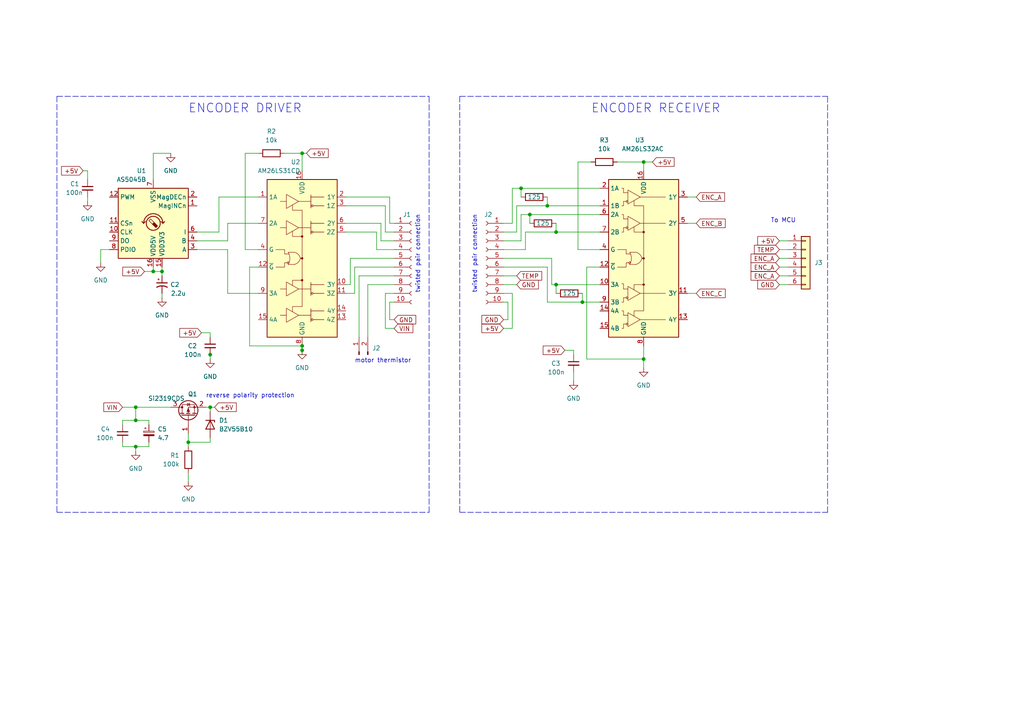
<source format=kicad_sch>
(kicad_sch (version 20211123) (generator eeschema)
  (paper "A4")
  (lib_symbols
    (symbol "Connector:Conn_01x02_Male" (pin_names (offset 1.016) hide)
      (property "Reference" "J" (at 0 2.54 0))
      (property "Value" "Conn_01x02_Male" (at 0 -5.08 0))
      (symbol "Conn_01x02_Male_1_1"
        (polyline (pts (xy 1.27 -2.54) (xy 0.8636 -2.54)) (stroke (width 0.1524)))
        (polyline (pts (xy 1.27 0) (xy 0.8636 0)) (stroke (width 0.1524)))
        (rectangle (start 0.8636 -2.413) (end 0 -2.667) (stroke (width 0.1524)) (fill (type outline)))
        (rectangle (start 0.8636 0.127) (end 0 -0.127) (stroke (width 0.1524)) (fill (type outline)))
        (pin passive line (at 5.08 0 180) (length 3.81) (name "Pin_1") (number "1"))
        (pin passive line (at 5.08 -2.54 180) (length 3.81) (name "Pin_2") (number "2"))
      )
    )
    (symbol "Connector:Conn_01x10_Female" (pin_names (offset 1.016) hide)
      (property "Reference" "J" (at 0 12.7 0))
      (property "Value" "Conn_01x10_Female" (at 0 -15.24 0))
      (symbol "Conn_01x10_Female_1_1"
        (arc (start 0 -12.192) (mid -0.508 -12.7) (end 0 -13.208) (stroke (width 0.1524)))
        (arc (start 0 -9.652) (mid -0.508 -10.16) (end 0 -10.668) (stroke (width 0.1524)))
        (arc (start 0 -7.112) (mid -0.508 -7.62) (end 0 -8.128) (stroke (width 0.1524)))
        (arc (start 0 -4.572) (mid -0.508 -5.08) (end 0 -5.588) (stroke (width 0.1524)))
        (arc (start 0 -2.032) (mid -0.508 -2.54) (end 0 -3.048) (stroke (width 0.1524)))
        (polyline (pts (xy -1.27 -12.7) (xy -0.508 -12.7)) (stroke (width 0.1524)))
        (polyline (pts (xy -1.27 -10.16) (xy -0.508 -10.16)) (stroke (width 0.1524)))
        (polyline (pts (xy -1.27 -7.62) (xy -0.508 -7.62)) (stroke (width 0.1524)))
        (polyline (pts (xy -1.27 -5.08) (xy -0.508 -5.08)) (stroke (width 0.1524)))
        (polyline (pts (xy -1.27 -2.54) (xy -0.508 -2.54)) (stroke (width 0.1524)))
        (polyline (pts (xy -1.27 0) (xy -0.508 0)) (stroke (width 0.1524)))
        (polyline (pts (xy -1.27 2.54) (xy -0.508 2.54)) (stroke (width 0.1524)))
        (polyline (pts (xy -1.27 5.08) (xy -0.508 5.08)) (stroke (width 0.1524)))
        (polyline (pts (xy -1.27 7.62) (xy -0.508 7.62)) (stroke (width 0.1524)))
        (polyline (pts (xy -1.27 10.16) (xy -0.508 10.16)) (stroke (width 0.1524)))
        (arc (start 0 0.508) (mid -0.508 0) (end 0 -0.508) (stroke (width 0.1524)))
        (arc (start 0 3.048) (mid -0.508 2.54) (end 0 2.032) (stroke (width 0.1524)))
        (arc (start 0 5.588) (mid -0.508 5.08) (end 0 4.572) (stroke (width 0.1524)))
        (arc (start 0 8.128) (mid -0.508 7.62) (end 0 7.112) (stroke (width 0.1524)))
        (arc (start 0 10.668) (mid -0.508 10.16) (end 0 9.652) (stroke (width 0.1524)))
        (pin passive line (at -5.08 10.16 0) (length 3.81) (name "Pin_1") (number "1"))
        (pin passive line (at -5.08 -12.7 0) (length 3.81) (name "Pin_10") (number "10"))
        (pin passive line (at -5.08 7.62 0) (length 3.81) (name "Pin_2") (number "2"))
        (pin passive line (at -5.08 5.08 0) (length 3.81) (name "Pin_3") (number "3"))
        (pin passive line (at -5.08 2.54 0) (length 3.81) (name "Pin_4") (number "4"))
        (pin passive line (at -5.08 0 0) (length 3.81) (name "Pin_5") (number "5"))
        (pin passive line (at -5.08 -2.54 0) (length 3.81) (name "Pin_6") (number "6"))
        (pin passive line (at -5.08 -5.08 0) (length 3.81) (name "Pin_7") (number "7"))
        (pin passive line (at -5.08 -7.62 0) (length 3.81) (name "Pin_8") (number "8"))
        (pin passive line (at -5.08 -10.16 0) (length 3.81) (name "Pin_9") (number "9"))
      )
    )
    (symbol "Connector_Generic:Conn_01x06" (pin_names (offset 1.016) hide)
      (property "Reference" "J" (at 0 7.62 0))
      (property "Value" "Conn_01x06" (at 0 -10.16 0))
      (symbol "Conn_01x06_1_1"
        (rectangle (start -1.27 -7.493) (end 0 -7.747) (stroke (width 0.1524)))
        (rectangle (start -1.27 -4.953) (end 0 -5.207) (stroke (width 0.1524)))
        (rectangle (start -1.27 -2.413) (end 0 -2.667) (stroke (width 0.1524)))
        (rectangle (start -1.27 0.127) (end 0 -0.127) (stroke (width 0.1524)))
        (rectangle (start -1.27 2.667) (end 0 2.413) (stroke (width 0.1524)))
        (rectangle (start -1.27 5.207) (end 0 4.953) (stroke (width 0.1524)))
        (rectangle (start -1.27 6.35) (end 1.27 -8.89) (stroke (width 0.254)) (fill (type background)))
        (pin passive line (at -5.08 5.08 0) (length 3.81) (name "Pin_1") (number "1"))
        (pin passive line (at -5.08 2.54 0) (length 3.81) (name "Pin_2") (number "2"))
        (pin passive line (at -5.08 0 0) (length 3.81) (name "Pin_3") (number "3"))
        (pin passive line (at -5.08 -2.54 0) (length 3.81) (name "Pin_4") (number "4"))
        (pin passive line (at -5.08 -5.08 0) (length 3.81) (name "Pin_5") (number "5"))
        (pin passive line (at -5.08 -7.62 0) (length 3.81) (name "Pin_6") (number "6"))
      )
    )
    (symbol "Device:C_Polarized_Small" (pin_numbers hide) (pin_names (offset 0.254) hide)
      (property "Reference" "C" (at 0.254 1.778 0))
      (property "Value" "C_Polarized_Small" (at 0.254 -2.032 0))
      (symbol "C_Polarized_Small_0_1"
        (rectangle (start -1.524 -0.3048) (end 1.524 -0.6858) (fill (type outline)))
        (rectangle (start -1.524 0.6858) (end 1.524 0.3048))
        (polyline (pts (xy -1.27 1.524) (xy -0.762 1.524)))
        (polyline (pts (xy -1.016 1.27) (xy -1.016 1.778)))
      )
      (symbol "C_Polarized_Small_1_1"
        (pin passive line (at 0 2.54 270) (length 1.8542) (name "~") (number "1"))
        (pin passive line (at 0 -2.54 90) (length 1.8542) (name "~") (number "2"))
      )
    )
    (symbol "Device:C_Polarized_Small_US" (pin_numbers hide) (pin_names (offset 0.254) hide)
      (property "Reference" "C" (at 0.254 1.778 0))
      (property "Value" "C_Polarized_Small_US" (at 0.254 -2.032 0))
      (symbol "C_Polarized_Small_US_0_1"
        (polyline (pts (xy -1.524 0.508) (xy 1.524 0.508)) (stroke (width 0.3048)))
        (polyline (pts (xy -1.27 1.524) (xy -0.762 1.524)))
        (polyline (pts (xy -1.016 1.27) (xy -1.016 1.778)))
        (arc (start 1.524 -0.762) (mid 0 -0.3734) (end -1.524 -0.762) (stroke (width 0.3048)))
      )
      (symbol "C_Polarized_Small_US_1_1"
        (pin passive line (at 0 2.54 270) (length 2.032) (name "~") (number "1"))
        (pin passive line (at 0 -2.54 90) (length 2.032) (name "~") (number "2"))
      )
    )
    (symbol "Device:C_Small" (pin_numbers hide) (pin_names (offset 0.254) hide)
      (property "Reference" "C" (at 0.254 1.778 0))
      (property "Value" "C_Small" (at 0.254 -2.032 0))
      (symbol "C_Small_0_1"
        (polyline (pts (xy -1.524 -0.508) (xy 1.524 -0.508)) (stroke (width 0.3302)))
        (polyline (pts (xy -1.524 0.508) (xy 1.524 0.508)) (stroke (width 0.3048)))
      )
      (symbol "C_Small_1_1"
        (pin passive line (at 0 2.54 270) (length 2.032) (name "~") (number "1"))
        (pin passive line (at 0 -2.54 90) (length 2.032) (name "~") (number "2"))
      )
    )
    (symbol "Device:R" (pin_numbers hide) (pin_names (offset 0))
      (property "Reference" "R" (at 2.032 0 90))
      (property "Value" "R" (at 0 0 90))
      (symbol "R_0_1"
        (rectangle (start -1.016 -2.54) (end 1.016 2.54) (stroke (width 0.254)))
      )
      (symbol "R_1_1"
        (pin passive line (at 0 3.81 270) (length 1.27) (name "~") (number "1"))
        (pin passive line (at 0 -3.81 90) (length 1.27) (name "~") (number "2"))
      )
    )
    (symbol "Device:R_Pack04" (pin_names (offset 0) hide)
      (property "Reference" "RN" (at -7.62 0 90))
      (property "Value" "R_Pack04" (at 5.08 0 90))
      (symbol "R_Pack04_0_1"
        (rectangle (start -6.35 -2.413) (end 3.81 2.413) (stroke (width 0.254)) (fill (type background)))
        (rectangle (start -5.715 1.905) (end -4.445 -1.905) (stroke (width 0.254)))
        (rectangle (start -3.175 1.905) (end -1.905 -1.905) (stroke (width 0.254)))
        (rectangle (start -0.635 1.905) (end 0.635 -1.905) (stroke (width 0.254)))
        (polyline (pts (xy -5.08 -2.54) (xy -5.08 -1.905)))
        (polyline (pts (xy -5.08 1.905) (xy -5.08 2.54)))
        (polyline (pts (xy -2.54 -2.54) (xy -2.54 -1.905)))
        (polyline (pts (xy -2.54 1.905) (xy -2.54 2.54)))
        (polyline (pts (xy 0 -2.54) (xy 0 -1.905)))
        (polyline (pts (xy 0 1.905) (xy 0 2.54)))
        (polyline (pts (xy 2.54 -2.54) (xy 2.54 -1.905)))
        (polyline (pts (xy 2.54 1.905) (xy 2.54 2.54)))
        (rectangle (start 1.905 1.905) (end 3.175 -1.905) (stroke (width 0.254)))
      )
      (symbol "R_Pack04_1_1"
        (pin passive line (at -5.08 -5.08 90) (length 2.54) (name "R1.1") (number "1"))
        (pin passive line (at -2.54 -5.08 90) (length 2.54) (name "R2.1") (number "2"))
        (pin passive line (at 0 -5.08 90) (length 2.54) (name "R3.1") (number "3"))
        (pin passive line (at 2.54 -5.08 90) (length 2.54) (name "R4.1") (number "4"))
        (pin passive line (at 2.54 5.08 270) (length 2.54) (name "R4.2") (number "5"))
        (pin passive line (at 0 5.08 270) (length 2.54) (name "R3.2") (number "6"))
        (pin passive line (at -2.54 5.08 270) (length 2.54) (name "R2.2") (number "7"))
        (pin passive line (at -5.08 5.08 270) (length 2.54) (name "R1.2") (number "8"))
      )
    )
    (symbol "Diode:BZV55B10" (pin_numbers hide) (pin_names hide)
      (property "Reference" "D" (at 0 2.54 0))
      (property "Value" "BZV55B10" (at 0 -2.54 0))
      (symbol "BZV55B10_0_1"
        (polyline (pts (xy 1.27 0) (xy -1.27 0)))
        (polyline (pts (xy -1.27 -1.27) (xy -1.27 1.27) (xy -0.762 1.27)) (stroke (width 0.254)))
        (polyline (pts (xy 1.27 -1.27) (xy 1.27 1.27) (xy -1.27 0) (xy 1.27 -1.27)) (stroke (width 0.254)))
      )
      (symbol "BZV55B10_1_1"
        (pin passive line (at -3.81 0 0) (length 2.54) (name "K") (number "1"))
        (pin passive line (at 3.81 0 180) (length 2.54) (name "A") (number "2"))
      )
    )
    (symbol "Interface:AM26LS31CD"
      (property "Reference" "U" (at -8.89 24.13 0))
      (property "Value" "AM26LS31CD" (at 10.16 24.13 0))
      (symbol "AM26LS31CD_0_1"
        (rectangle (start -10.16 22.86) (end 10.16 -22.86) (stroke (width 0.254)) (fill (type background)))
        (arc (start -4.064 -1.778) (mid -3.5541 0) (end -4.064 1.778) (stroke (width 0.127)))
        (circle (center -4.064 -1.27) (radius 0.254))
        (arc (start -2.286 -1.778) (mid -1.1381 -1.1479) (end -0.508 0) (stroke (width 0.127)))
        (arc (start -0.508 0) (mid -1.1381 1.1479) (end -2.286 1.778) (stroke (width 0.127)))
        (circle (center 0 -6.35) (radius 0.254) (fill (type outline)))
        (polyline (pts (xy -4.064 -1.778) (xy -2.286 -1.778)) (stroke (width 0.127)))
        (polyline (pts (xy -2.286 1.778) (xy -4.064 1.778)) (stroke (width 0.127)))
        (polyline (pts (xy -1.016 -16.51) (xy 2.54 -16.51)) (stroke (width 0.127)))
        (polyline (pts (xy -1.016 -8.89) (xy 2.54 -8.89)) (stroke (width 0.127)))
        (polyline (pts (xy -1.016 8.89) (xy 2.54 8.89)) (stroke (width 0.127)))
        (polyline (pts (xy -1.016 16.51) (xy 2.54 16.51)) (stroke (width 0.127)))
        (polyline (pts (xy -0.508 0) (xy 0 0)))
        (polyline (pts (xy 0 0) (xy 0 -13.97)) (stroke (width 0.127)))
        (polyline (pts (xy 0 6.35) (xy 0 0)) (stroke (width 0.127)))
        (polyline (pts (xy 2.54 -18.415) (xy 2.54 -14.605)) (stroke (width 0.1524)))
        (polyline (pts (xy 2.54 -15.24) (xy 6.35 -15.24)) (stroke (width 0.1524)))
        (polyline (pts (xy 2.54 -10.795) (xy 2.54 -6.985)) (stroke (width 0.1524)))
        (polyline (pts (xy 2.54 -7.62) (xy 6.35 -7.62)) (stroke (width 0.1524)))
        (polyline (pts (xy 2.54 6.985) (xy 2.54 10.795)) (stroke (width 0.1524)))
        (polyline (pts (xy 2.54 10.16) (xy 6.35 10.16)) (stroke (width 0.1524)))
        (polyline (pts (xy 2.54 14.605) (xy 2.54 18.415)) (stroke (width 0.1524)))
        (polyline (pts (xy 2.54 17.78) (xy 6.35 17.78)) (stroke (width 0.1524)))
        (polyline (pts (xy 6.35 -17.78) (xy 3.302 -17.78)) (stroke (width 0.1524)))
        (polyline (pts (xy 6.35 -10.16) (xy 3.302 -10.16)) (stroke (width 0.1524)))
        (polyline (pts (xy 6.35 7.62) (xy 3.302 7.62)) (stroke (width 0.1524)))
        (polyline (pts (xy 6.35 15.24) (xy 3.302 15.24)) (stroke (width 0.1524)))
        (polyline (pts (xy 0 -13.97) (xy -2.794 -13.97) (xy -2.794 -15.494)) (stroke (width 0.127)))
        (polyline (pts (xy 0 -6.35) (xy -2.794 -6.35) (xy -2.794 -7.874)) (stroke (width 0.127)))
        (polyline (pts (xy 0 6.35) (xy -2.794 6.35) (xy -2.794 7.874)) (stroke (width 0.127)))
        (polyline (pts (xy -7.62 2.54) (xy -5.08 2.54) (xy -5.08 1.27) (xy -3.81 1.27)) (stroke (width 0.127)))
        (polyline (pts (xy -4.572 18.542) (xy -4.572 14.478) (xy -1.016 16.51) (xy -4.572 18.542)) (stroke (width 0.127)))
        (polyline (pts (xy -4.318 -1.27) (xy -5.08 -1.27) (xy -5.08 -2.54) (xy -7.62 -2.54)) (stroke (width 0.127)))
        (polyline (pts (xy 0 6.35) (xy 0 13.97) (xy -2.794 13.97) (xy -2.794 15.494)) (stroke (width 0.127)))
        (circle (center 0 0) (radius 0.254) (fill (type outline)))
        (circle (center 0 6.35) (radius 0.254) (fill (type outline)))
        (circle (center 2.921 -17.78) (radius 0.254))
        (circle (center 2.921 -10.16) (radius 0.254))
        (circle (center 2.921 7.62) (radius 0.254))
        (circle (center 2.921 15.24) (radius 0.254))
      )
      (symbol "AM26LS31CD_1_1"
        (polyline (pts (xy -6.35 -16.51) (xy -4.572 -16.51)) (stroke (width 0.127)))
        (polyline (pts (xy -6.35 -8.89) (xy -4.572 -8.89)) (stroke (width 0.127)))
        (polyline (pts (xy -6.35 8.89) (xy -4.572 8.89)) (stroke (width 0.127)))
        (polyline (pts (xy -6.35 16.51) (xy -4.572 16.51)) (stroke (width 0.127)))
        (polyline (pts (xy -4.572 -14.478) (xy -4.572 -18.542) (xy -1.016 -16.51) (xy -4.572 -14.478)) (stroke (width 0.127)))
        (polyline (pts (xy -4.572 -6.858) (xy -4.572 -10.922) (xy -1.016 -8.89) (xy -4.572 -6.858)) (stroke (width 0.127)))
        (polyline (pts (xy -4.572 10.922) (xy -4.572 6.858) (xy -1.016 8.89) (xy -4.572 10.922)) (stroke (width 0.127)))
        (pin input line (at -12.7 17.78 0) (length 2.54) (name "1A") (number "1"))
        (pin tri_state line (at 12.7 -7.62 180) (length 2.54) (name "3Y") (number "10"))
        (pin tri_state line (at 12.7 -10.16 180) (length 2.54) (name "3Z") (number "11"))
        (pin input line (at -12.7 -2.54 0) (length 2.54) (name "~{G}") (number "12"))
        (pin tri_state line (at 12.7 -17.78 180) (length 2.54) (name "4Z") (number "13"))
        (pin tri_state line (at 12.7 -15.24 180) (length 2.54) (name "4Y") (number "14"))
        (pin input line (at -12.7 -17.78 0) (length 2.54) (name "4A") (number "15"))
        (pin power_in line (at 0 25.4 270) (length 2.54) (name "VDD") (number "16"))
        (pin tri_state line (at 12.7 17.78 180) (length 2.54) (name "1Y") (number "2"))
        (pin tri_state line (at 12.7 15.24 180) (length 2.54) (name "1Z") (number "3"))
        (pin input line (at -12.7 2.54 0) (length 2.54) (name "G") (number "4"))
        (pin tri_state line (at 12.7 7.62 180) (length 2.54) (name "2Z") (number "5"))
        (pin tri_state line (at 12.7 10.16 180) (length 2.54) (name "2Y") (number "6"))
        (pin input line (at -12.7 10.16 0) (length 2.54) (name "2A") (number "7"))
        (pin power_in line (at 0 -25.4 90) (length 2.54) (name "GND") (number "8"))
        (pin input line (at -12.7 -10.16 0) (length 2.54) (name "3A") (number "9"))
      )
    )
    (symbol "Interface:AM26LV32xD"
      (property "Reference" "U" (at -8.89 24.13 0))
      (property "Value" "AM26LV32xD" (at 10.16 24.13 0))
      (symbol "AM26LV32xD_0_1"
        (rectangle (start -10.16 22.86) (end 10.16 -22.86) (stroke (width 0.254)) (fill (type background)))
        (circle (center -4.826 16.51) (radius 0.254))
        (arc (start -4.064 -1.778) (mid -3.5541 0) (end -4.064 1.778) (stroke (width 0.127)))
        (circle (center -4.064 -1.27) (radius 0.254))
        (arc (start -2.286 -1.778) (mid -1.1381 -1.1479) (end -0.508 0) (stroke (width 0.127)))
        (arc (start -0.508 0) (mid -1.1381 1.1479) (end -2.286 1.778) (stroke (width 0.127)))
        (circle (center 0 -7.62) (radius 0.254) (fill (type outline)))
        (polyline (pts (xy -5.842 16.51) (xy -5.08 16.51)) (stroke (width 0.127)))
        (polyline (pts (xy -5.842 19.05) (xy -4.572 19.05)) (stroke (width 0.127)))
        (polyline (pts (xy -4.064 -1.778) (xy -2.286 -1.778)) (stroke (width 0.127)))
        (polyline (pts (xy -2.286 1.778) (xy -4.064 1.778)) (stroke (width 0.127)))
        (polyline (pts (xy -1.016 -17.78) (xy 6.35 -17.78)) (stroke (width 0.127)))
        (polyline (pts (xy -1.016 -10.16) (xy 6.35 -10.16)) (stroke (width 0.127)))
        (polyline (pts (xy -1.016 10.16) (xy 6.35 10.16)) (stroke (width 0.127)))
        (polyline (pts (xy -1.016 17.78) (xy 6.35 17.78)) (stroke (width 0.127)))
        (polyline (pts (xy -0.508 0) (xy 0 0)))
        (polyline (pts (xy 0 0) (xy 0 -15.24)) (stroke (width 0.127)))
        (polyline (pts (xy 0 7.62) (xy 0 0)) (stroke (width 0.127)))
        (polyline (pts (xy -5.842 -19.05) (xy -5.842 -20.32) (xy -6.35 -20.32)) (stroke (width 0.127)))
        (polyline (pts (xy -5.842 -16.51) (xy -5.842 -15.24) (xy -6.35 -15.24)) (stroke (width 0.127)))
        (polyline (pts (xy -5.842 -11.43) (xy -5.842 -12.7) (xy -6.35 -12.7)) (stroke (width 0.127)))
        (polyline (pts (xy -5.842 -8.89) (xy -5.842 -7.366) (xy -6.35 -7.366)) (stroke (width 0.127)))
        (polyline (pts (xy -5.842 8.89) (xy -5.842 7.62) (xy -6.35 7.62)) (stroke (width 0.127)))
        (polyline (pts (xy -5.842 11.43) (xy -5.842 12.7) (xy -6.35 12.7)) (stroke (width 0.127)))
        (polyline (pts (xy -5.842 19.05) (xy -5.842 20.32) (xy -6.35 20.32)) (stroke (width 0.127)))
        (polyline (pts (xy 0 -15.24) (xy -2.794 -15.24) (xy -2.794 -16.764)) (stroke (width 0.127)))
        (polyline (pts (xy 0 -7.62) (xy -2.794 -7.62) (xy -2.794 -9.144)) (stroke (width 0.127)))
        (polyline (pts (xy 0 7.62) (xy -2.794 7.62) (xy -2.794 9.144)) (stroke (width 0.127)))
        (polyline (pts (xy -7.62 2.54) (xy -5.08 2.54) (xy -5.08 1.27) (xy -3.81 1.27)) (stroke (width 0.127)))
        (polyline (pts (xy -5.842 16.51) (xy -5.842 15.24) (xy -6.096 15.24) (xy -6.35 15.24)) (stroke (width 0.127)))
        (polyline (pts (xy -4.572 19.812) (xy -4.572 15.748) (xy -1.016 17.78) (xy -4.572 19.812)) (stroke (width 0.127)))
        (polyline (pts (xy -4.318 -1.27) (xy -5.08 -1.27) (xy -5.08 -2.54) (xy -7.62 -2.54)) (stroke (width 0.127)))
        (polyline (pts (xy 0 7.62) (xy 0 15.24) (xy -2.794 15.24) (xy -2.794 16.764)) (stroke (width 0.127)))
        (circle (center 0 0) (radius 0.254) (fill (type outline)))
        (circle (center 0 7.62) (radius 0.254) (fill (type outline)))
      )
      (symbol "AM26LV32xD_1_1"
        (circle (center -4.826 -19.05) (radius 0.254))
        (circle (center -4.826 -11.43) (radius 0.254))
        (circle (center -4.826 8.89) (radius 0.254))
        (polyline (pts (xy -5.842 -19.05) (xy -5.08 -19.05)) (stroke (width 0.127)))
        (polyline (pts (xy -5.842 -16.51) (xy -4.572 -16.51)) (stroke (width 0.127)))
        (polyline (pts (xy -5.842 -11.43) (xy -5.08 -11.43)) (stroke (width 0.127)))
        (polyline (pts (xy -5.842 -8.89) (xy -4.572 -8.89)) (stroke (width 0.127)))
        (polyline (pts (xy -5.842 8.89) (xy -5.08 8.89)) (stroke (width 0.127)))
        (polyline (pts (xy -5.842 11.43) (xy -4.572 11.43)) (stroke (width 0.127)))
        (polyline (pts (xy -4.572 -15.748) (xy -4.572 -19.812) (xy -1.016 -17.78) (xy -4.572 -15.748)) (stroke (width 0.127)))
        (polyline (pts (xy -4.572 -8.128) (xy -4.572 -12.192) (xy -1.016 -10.16) (xy -4.572 -8.128)) (stroke (width 0.127)))
        (polyline (pts (xy -4.572 12.192) (xy -4.572 8.128) (xy -1.016 10.16) (xy -4.572 12.192)) (stroke (width 0.127)))
        (pin input line (at -12.7 15.24 0) (length 2.54) (name "1B") (number "1"))
        (pin input line (at -12.7 -7.62 0) (length 2.54) (name "3A") (number "10"))
        (pin tri_state line (at 12.7 -10.16 180) (length 2.54) (name "3Y") (number "11"))
        (pin input line (at -12.7 -2.54 0) (length 2.54) (name "~{G}") (number "12"))
        (pin tri_state line (at 12.7 -17.78 180) (length 2.54) (name "4Y") (number "13"))
        (pin input line (at -12.7 -15.24 0) (length 2.54) (name "4A") (number "14"))
        (pin input line (at -12.7 -20.32 0) (length 2.54) (name "4B") (number "15"))
        (pin power_in line (at 0 25.4 270) (length 2.54) (name "VDD") (number "16"))
        (pin input line (at -12.7 20.32 0) (length 2.54) (name "1A") (number "2"))
        (pin tri_state line (at 12.7 17.78 180) (length 2.54) (name "1Y") (number "3"))
        (pin input line (at -12.7 2.54 0) (length 2.54) (name "G") (number "4"))
        (pin tri_state line (at 12.7 10.16 180) (length 2.54) (name "2Y") (number "5"))
        (pin input line (at -12.7 12.7 0) (length 2.54) (name "2A") (number "6"))
        (pin input line (at -12.7 7.62 0) (length 2.54) (name "2B") (number "7"))
        (pin power_in line (at 0 -25.4 90) (length 2.54) (name "GND") (number "8"))
        (pin input line (at -12.7 -12.7 0) (length 2.54) (name "3B") (number "9"))
      )
    )
    (symbol "Jumper:SolderJumper_2_Open" (pin_names (offset 0) hide)
      (property "Reference" "JP" (at 0 2.032 0))
      (property "Value" "SolderJumper_2_Open" (at 0 -2.54 0))
      (symbol "SolderJumper_2_Open_0_1"
        (arc (start -0.254 1.016) (mid -1.27 0) (end -0.254 -1.016))
        (arc (start -0.254 1.016) (mid -1.27 0) (end -0.254 -1.016) (fill (type outline)))
        (polyline (pts (xy -0.254 1.016) (xy -0.254 -1.016)))
        (polyline (pts (xy 0.254 1.016) (xy 0.254 -1.016)))
        (arc (start 0.254 -1.016) (mid 1.27 0) (end 0.254 1.016))
        (arc (start 0.254 -1.016) (mid 1.27 0) (end 0.254 1.016) (fill (type outline)))
      )
      (symbol "SolderJumper_2_Open_1_1"
        (pin passive line (at -3.81 0 0) (length 2.54) (name "A") (number "1"))
        (pin passive line (at 3.81 0 180) (length 2.54) (name "B") (number "2"))
      )
    )
    (symbol "Sensor_Magnetic:AS5045B"
      (property "Reference" "U" (at -10.16 11.43 0))
      (property "Value" "AS5045B" (at 11.43 11.43 0))
      (symbol "AS5045B_0_1"
        (rectangle (start -10.16 10.16) (end 10.16 -10.16) (stroke (width 0.254)) (fill (type background)))
        (arc (start -2.794 0) (mid 0 -2.794) (end 2.794 0) (stroke (width 0.254)))
        (polyline (pts (xy -2.794 0) (xy -3.302 -0.508)) (stroke (width 0.254)))
        (polyline (pts (xy -2.794 0) (xy -2.286 -0.508)) (stroke (width 0.254)))
        (polyline (pts (xy 2.794 0) (xy 2.286 -0.508)) (stroke (width 0.254)))
        (polyline (pts (xy 2.794 0) (xy 3.302 -0.508)) (stroke (width 0.254)))
        (polyline (pts (xy 0.254 0.254) (xy 1.27 -0.762) (xy 0.762 -1.27) (xy -0.254 -0.254)))
        (polyline (pts (xy -0.762 1.27) (xy 0.254 0.254) (xy -0.254 -0.254) (xy -1.27 0.762) (xy -1.016 1.016) (xy -0.762 1.27) (xy -0.635 1.143)) (fill (type outline)))
        (circle (center 0 0) (radius 2.032) (stroke (width 0.254)))
      )
      (symbol "AS5045B_1_1"
        (pin open_collector line (at -12.7 -5.08 0) (length 2.54) (name "MagINCn") (number "1"))
        (pin input line (at 12.7 2.54 180) (length 2.54) (name "CLK") (number "10"))
        (pin input line (at 12.7 0 180) (length 2.54) (name "CSn") (number "11"))
        (pin output line (at 12.7 -7.62 180) (length 2.54) (name "PWM") (number "12"))
        (pin no_connect line (at 10.16 -5.08 180) (length 2.54) hide (name "NC") (number "13"))
        (pin no_connect line (at 2.54 -10.16 90) (length 2.54) hide (name "NC") (number "14"))
        (pin power_in line (at -2.54 12.7 270) (length 2.54) (name "VDD3V3") (number "15"))
        (pin power_in line (at 0 12.7 270) (length 2.54) (name "VDD5V") (number "16"))
        (pin open_collector line (at -12.7 -7.62 0) (length 2.54) (name "MagDECn") (number "2"))
        (pin output line (at -12.7 7.62 0) (length 2.54) (name "A") (number "3"))
        (pin output line (at -12.7 5.08 0) (length 2.54) (name "B") (number "4"))
        (pin no_connect line (at 10.16 -2.54 180) (length 2.54) hide (name "NC") (number "5"))
        (pin output line (at -12.7 2.54 0) (length 2.54) (name "I") (number "6"))
        (pin power_in line (at 0 -12.7 90) (length 2.54) (name "VSS") (number "7"))
        (pin input line (at 12.7 7.62 180) (length 2.54) (name "PDIO") (number "8"))
        (pin output line (at 12.7 5.08 180) (length 2.54) (name "DO") (number "9"))
      )
    )
    (symbol "Transistor_FET:Si2319CDS" (pin_names hide)
      (property "Reference" "Q" (at 5.08 1.905 0))
      (property "Value" "Si2319CDS" (at 5.08 0 0))
      (symbol "Si2319CDS_0_1"
        (polyline (pts (xy 0.254 0) (xy -2.54 0)))
        (polyline (pts (xy 0.254 1.905) (xy 0.254 -1.905)) (stroke (width 0.254)))
        (polyline (pts (xy 0.762 -1.27) (xy 0.762 -2.286)) (stroke (width 0.254)))
        (polyline (pts (xy 0.762 0.508) (xy 0.762 -0.508)) (stroke (width 0.254)))
        (polyline (pts (xy 0.762 2.286) (xy 0.762 1.27)) (stroke (width 0.254)))
        (polyline (pts (xy 2.54 2.54) (xy 2.54 1.778)))
        (polyline (pts (xy 2.54 -2.54) (xy 2.54 0) (xy 0.762 0)))
        (polyline (pts (xy 0.762 1.778) (xy 3.302 1.778) (xy 3.302 -1.778) (xy 0.762 -1.778)))
        (polyline (pts (xy 2.286 0) (xy 1.27 0.381) (xy 1.27 -0.381) (xy 2.286 0)) (fill (type outline)))
        (polyline (pts (xy 2.794 -0.508) (xy 2.921 -0.381) (xy 3.683 -0.381) (xy 3.81 -0.254)))
        (polyline (pts (xy 3.302 -0.381) (xy 2.921 0.254) (xy 3.683 0.254) (xy 3.302 -0.381)))
        (circle (center 1.651 0) (radius 2.794) (stroke (width 0.254)))
        (circle (center 2.54 -1.778) (radius 0.254) (fill (type outline)))
        (circle (center 2.54 1.778) (radius 0.254) (fill (type outline)))
      )
      (symbol "Si2319CDS_1_1"
        (pin input line (at -5.08 0 0) (length 2.54) (name "G") (number "1"))
        (pin passive line (at 2.54 -5.08 90) (length 2.54) (name "S") (number "2"))
        (pin passive line (at 2.54 5.08 270) (length 2.54) (name "D") (number "3"))
      )
    )
    (symbol "power:GND" (power) (pin_names (offset 0))
      (property "Value" "GND" (at 0 -3.81 0))
      (symbol "GND_0_1"
        (polyline (pts (xy 0 0) (xy 0 -1.27) (xy 1.27 -1.27) (xy 0 -2.54) (xy -1.27 -1.27) (xy 0 -1.27)))
      )
      (symbol "GND_1_1"
        (pin power_in line (at 0 0 270) (length 0) hide (name "GND") (number "1"))
      )
    )
  )
  (junction (at 87.63 101.6))
  (junction (at 39.37 118.11))
  (junction (at 39.37 121.92))
  (junction (at 43.18 213.36))
  (junction (at 60.96 118.11))
  (junction (at 168.91 87.63))
  (junction (at 87.63 100.33))
  (junction (at 44.45 78.74))
  (junction (at 151.13 54.61))
  (junction (at 186.69 104.14))
  (junction (at 68.58 252.73))
  (junction (at 77.47 242.57))
  (junction (at 153.67 62.23))
  (junction (at 161.29 82.55))
  (junction (at 95.25 237.49))
  (junction (at 39.37 129.54))
  (junction (at 46.99 78.74))
  (junction (at 45.72 242.57))
  (junction (at 87.63 44.45))
  (junction (at 158.75 59.69))
  (junction (at 50.8 237.49))
  (junction (at 86.36 252.73))
  (junction (at 60.96 102.87))
  (junction (at 54.61 128.27))
  (junction (at 68.58 245.11))
  (junction (at 43.18 245.11))
  (junction (at 186.69 46.99))
  (junction (at 86.36 240.03))
  (junction (at 45.72 213.36))
  (junction (at 77.47 252.73))
  (junction (at 161.29 67.31))
  (junction (at 48.26 240.03))
  (junction (at 48.26 213.36))
  (wire (pts (xy 48.26 213.36) (xy 48.26 217.17)))
  (wire (pts (xy 87.63 44.45) (xy 87.63 49.53)))
  (wire (pts (xy 199.39 85.09) (xy 201.93 85.09)))
  (wire (pts (xy 46.99 77.47) (xy 46.99 78.74)))
  (wire (pts (xy 48.26 213.36) (xy 50.8 213.36)))
  (wire (pts (xy 25.4 57.15) (xy 25.4 58.42)))
  (wire (pts (xy 29.21 72.39) (xy 29.21 76.2)))
  (wire (pts (xy 111.76 85.09) (xy 114.3 85.09)))
  (polyline (pts (xy 16.51 27.94) (xy 16.51 148.59)))
  (wire (pts (xy 95.25 252.73) (xy 86.36 252.73)))
  (wire (pts (xy 95.25 251.46) (xy 95.25 252.73)))
  (wire (pts (xy 104.14 97.79) (xy 104.14 80.01)))
  (wire (pts (xy 39.37 245.11) (xy 43.18 245.11)))
  (wire (pts (xy 39.37 240.03) (xy 48.26 240.03)))
  (wire (pts (xy 60.96 118.11) (xy 62.23 118.11)))
  (wire (pts (xy 39.37 213.36) (xy 43.18 213.36)))
  (wire (pts (xy 149.86 59.69) (xy 158.75 59.69)))
  (wire (pts (xy 146.05 77.47) (xy 158.75 77.47)))
  (wire (pts (xy 146.05 74.93) (xy 160.02 74.93)))
  (wire (pts (xy 163.83 101.6) (xy 166.37 101.6)))
  (wire (pts (xy 57.15 72.39) (xy 66.04 72.39)))
  (wire (pts (xy 111.76 95.25) (xy 111.76 85.09)))
  (wire (pts (xy 48.26 240.03) (xy 54.61 240.03)))
  (wire (pts (xy 146.05 92.71) (xy 147.32 92.71)))
  (wire (pts (xy 166.37 101.6) (xy 166.37 102.87)))
  (wire (pts (xy 64.77 237.49) (xy 95.25 237.49)))
  (wire (pts (xy 226.06 82.55) (xy 228.6 82.55)))
  (wire (pts (xy 148.59 85.09) (xy 146.05 85.09)))
  (wire (pts (xy 167.64 46.99) (xy 171.45 46.99)))
  (wire (pts (xy 153.67 62.23) (xy 153.67 64.77)))
  (wire (pts (xy 146.05 67.31) (xy 149.86 67.31)))
  (wire (pts (xy 199.39 64.77) (xy 201.93 64.77)))
  (wire (pts (xy 63.5 67.31) (xy 63.5 57.15)))
  (wire (pts (xy 147.32 87.63) (xy 146.05 87.63)))
  (wire (pts (xy 44.45 44.45) (xy 44.45 52.07)))
  (wire (pts (xy 45.72 227.33) (xy 45.72 242.57)))
  (wire (pts (xy 25.4 52.07) (xy 25.4 49.53)))
  (wire (pts (xy 87.63 44.45) (xy 88.9 44.45)))
  (wire (pts (xy 50.8 236.22) (xy 50.8 237.49)))
  (wire (pts (xy 68.58 245.11) (xy 68.58 246.38)))
  (polyline (pts (xy 133.35 27.94) (xy 133.35 148.59)))
  (wire (pts (xy 54.61 137.16) (xy 54.61 139.7)))
  (wire (pts (xy 43.18 213.36) (xy 43.18 217.17)))
  (wire (pts (xy 161.29 64.77) (xy 161.29 67.31)))
  (wire (pts (xy 152.4 67.31) (xy 161.29 67.31)))
  (wire (pts (xy 64.77 242.57) (xy 77.47 242.57)))
  (wire (pts (xy 86.36 251.46) (xy 86.36 252.73)))
  (wire (pts (xy 168.91 87.63) (xy 173.99 87.63)))
  (wire (pts (xy 114.3 87.63) (xy 113.03 87.63)))
  (wire (pts (xy 148.59 95.25) (xy 148.59 85.09)))
  (wire (pts (xy 167.64 72.39) (xy 173.99 72.39)))
  (wire (pts (xy 186.69 104.14) (xy 186.69 100.33)))
  (wire (pts (xy 114.3 67.31) (xy 111.76 67.31)))
  (wire (pts (xy 25.4 49.53) (xy 24.13 49.53)))
  (wire (pts (xy 109.22 72.39) (xy 109.22 67.31)))
  (wire (pts (xy 114.3 95.25) (xy 111.76 95.25)))
  (wire (pts (xy 86.36 252.73) (xy 77.47 252.73)))
  (wire (pts (xy 158.75 77.47) (xy 158.75 87.63)))
  (wire (pts (xy 113.03 57.15) (xy 100.33 57.15)))
  (wire (pts (xy 95.25 237.49) (xy 95.25 246.38)))
  (wire (pts (xy 106.68 82.55) (xy 106.68 97.79)))
  (wire (pts (xy 35.56 128.27) (xy 35.56 129.54)))
  (polyline (pts (xy 16.51 27.94) (xy 124.46 27.94)))
  (polyline (pts (xy 133.35 27.94) (xy 240.03 27.94)))
  (wire (pts (xy 158.75 57.15) (xy 158.75 59.69)))
  (wire (pts (xy 49.53 44.45) (xy 44.45 44.45)))
  (wire (pts (xy 170.18 104.14) (xy 186.69 104.14)))
  (polyline (pts (xy 240.03 148.59) (xy 240.03 27.94)))
  (wire (pts (xy 111.76 67.31) (xy 111.76 59.69)))
  (wire (pts (xy 151.13 69.85) (xy 146.05 69.85)))
  (wire (pts (xy 59.69 118.11) (xy 60.96 118.11)))
  (wire (pts (xy 66.04 72.39) (xy 66.04 85.09)))
  (wire (pts (xy 45.72 242.57) (xy 54.61 242.57)))
  (wire (pts (xy 146.05 95.25) (xy 148.59 95.25)))
  (wire (pts (xy 39.37 129.54) (xy 43.18 129.54)))
  (wire (pts (xy 35.56 123.19) (xy 35.56 121.92)))
  (wire (pts (xy 43.18 245.11) (xy 54.61 245.11)))
  (wire (pts (xy 146.05 82.55) (xy 149.86 82.55)))
  (wire (pts (xy 74.93 77.47) (xy 72.39 77.47)))
  (wire (pts (xy 114.3 72.39) (xy 109.22 72.39)))
  (wire (pts (xy 45.72 213.36) (xy 45.72 217.17)))
  (wire (pts (xy 44.45 78.74) (xy 46.99 78.74)))
  (wire (pts (xy 39.37 121.92) (xy 43.18 121.92)))
  (wire (pts (xy 86.36 240.03) (xy 101.6 240.03)))
  (wire (pts (xy 161.29 82.55) (xy 173.99 82.55)))
  (wire (pts (xy 54.61 128.27) (xy 60.96 128.27)))
  (wire (pts (xy 101.6 82.55) (xy 101.6 74.93)))
  (wire (pts (xy 151.13 54.61) (xy 173.99 54.61)))
  (wire (pts (xy 43.18 129.54) (xy 43.18 128.27)))
  (wire (pts (xy 77.47 251.46) (xy 77.47 252.73)))
  (wire (pts (xy 43.18 213.36) (xy 45.72 213.36)))
  (wire (pts (xy 86.36 240.03) (xy 86.36 246.38)))
  (wire (pts (xy 58.42 96.52) (xy 60.96 96.52)))
  (polyline (pts (xy 124.46 148.59) (xy 124.46 27.94)))
  (wire (pts (xy 101.6 74.93) (xy 114.3 74.93)))
  (wire (pts (xy 39.37 118.11) (xy 39.37 121.92)))
  (wire (pts (xy 31.75 72.39) (xy 29.21 72.39)))
  (wire (pts (xy 226.06 80.01) (xy 228.6 80.01)))
  (wire (pts (xy 60.96 118.11) (xy 60.96 119.38)))
  (wire (pts (xy 186.69 104.14) (xy 186.69 106.68)))
  (wire (pts (xy 39.37 129.54) (xy 39.37 130.81)))
  (wire (pts (xy 152.4 72.39) (xy 152.4 67.31)))
  (wire (pts (xy 160.02 74.93) (xy 160.02 82.55)))
  (wire (pts (xy 170.18 77.47) (xy 170.18 104.14)))
  (wire (pts (xy 68.58 245.11) (xy 101.6 245.11)))
  (wire (pts (xy 60.96 102.87) (xy 60.96 104.14)))
  (polyline (pts (xy 16.51 148.59) (xy 124.46 148.59)))
  (wire (pts (xy 74.93 64.77) (xy 66.04 64.77)))
  (wire (pts (xy 109.22 67.31) (xy 100.33 67.31)))
  (wire (pts (xy 160.02 82.55) (xy 161.29 82.55)))
  (wire (pts (xy 148.59 64.77) (xy 148.59 54.61)))
  (wire (pts (xy 226.06 74.93) (xy 228.6 74.93)))
  (wire (pts (xy 77.47 252.73) (xy 68.58 252.73)))
  (wire (pts (xy 199.39 57.15) (xy 201.93 57.15)))
  (wire (pts (xy 68.58 252.73) (xy 68.58 254)))
  (wire (pts (xy 48.26 227.33) (xy 48.26 240.03)))
  (wire (pts (xy 186.69 46.99) (xy 189.23 46.99)))
  (wire (pts (xy 161.29 82.55) (xy 161.29 85.09)))
  (wire (pts (xy 46.99 78.74) (xy 46.99 80.01)))
  (wire (pts (xy 57.15 67.31) (xy 63.5 67.31)))
  (wire (pts (xy 166.37 107.95) (xy 166.37 110.49)))
  (wire (pts (xy 39.37 237.49) (xy 50.8 237.49)))
  (wire (pts (xy 167.64 46.99) (xy 167.64 72.39)))
  (wire (pts (xy 71.12 72.39) (xy 71.12 44.45)))
  (wire (pts (xy 60.96 96.52) (xy 60.96 97.79)))
  (wire (pts (xy 68.58 251.46) (xy 68.58 252.73)))
  (wire (pts (xy 54.61 125.73) (xy 54.61 128.27)))
  (wire (pts (xy 45.72 213.36) (xy 48.26 213.36)))
  (wire (pts (xy 111.76 59.69) (xy 100.33 59.69)))
  (wire (pts (xy 146.05 80.01) (xy 149.86 80.01)))
  (wire (pts (xy 60.96 127) (xy 60.96 128.27)))
  (wire (pts (xy 35.56 118.11) (xy 39.37 118.11)))
  (wire (pts (xy 77.47 242.57) (xy 101.6 242.57)))
  (wire (pts (xy 113.03 64.77) (xy 113.03 57.15)))
  (wire (pts (xy 149.86 67.31) (xy 149.86 59.69)))
  (wire (pts (xy 71.12 44.45) (xy 74.93 44.45)))
  (wire (pts (xy 95.25 237.49) (xy 101.6 237.49)))
  (wire (pts (xy 63.5 57.15) (xy 74.93 57.15)))
  (wire (pts (xy 41.91 78.74) (xy 44.45 78.74)))
  (polyline (pts (xy 133.35 148.59) (xy 240.03 148.59)))
  (wire (pts (xy 186.69 49.53) (xy 186.69 46.99)))
  (wire (pts (xy 64.77 240.03) (xy 86.36 240.03)))
  (wire (pts (xy 148.59 54.61) (xy 151.13 54.61)))
  (wire (pts (xy 168.91 85.09) (xy 168.91 87.63)))
  (wire (pts (xy 72.39 100.33) (xy 87.63 100.33)))
  (wire (pts (xy 57.15 69.85) (xy 66.04 69.85)))
  (wire (pts (xy 114.3 82.55) (xy 106.68 82.55)))
  (wire (pts (xy 173.99 77.47) (xy 170.18 77.47)))
  (wire (pts (xy 50.8 237.49) (xy 54.61 237.49)))
  (wire (pts (xy 226.06 77.47) (xy 228.6 77.47)))
  (wire (pts (xy 66.04 69.85) (xy 66.04 64.77)))
  (wire (pts (xy 179.07 46.99) (xy 186.69 46.99)))
  (wire (pts (xy 43.18 123.19) (xy 43.18 121.92)))
  (wire (pts (xy 35.56 121.92) (xy 39.37 121.92)))
  (wire (pts (xy 173.99 62.23) (xy 153.67 62.23)))
  (wire (pts (xy 100.33 82.55) (xy 101.6 82.55)))
  (wire (pts (xy 46.99 85.09) (xy 46.99 86.36)))
  (wire (pts (xy 50.8 213.36) (xy 50.8 217.17)))
  (wire (pts (xy 153.67 62.23) (xy 151.13 62.23)))
  (wire (pts (xy 102.87 77.47) (xy 114.3 77.47)))
  (wire (pts (xy 151.13 62.23) (xy 151.13 69.85)))
  (wire (pts (xy 113.03 92.71) (xy 114.3 92.71)))
  (wire (pts (xy 158.75 59.69) (xy 173.99 59.69)))
  (wire (pts (xy 50.8 227.33) (xy 50.8 228.6)))
  (wire (pts (xy 226.06 69.85) (xy 228.6 69.85)))
  (wire (pts (xy 100.33 85.09) (xy 102.87 85.09)))
  (wire (pts (xy 44.45 77.47) (xy 44.45 78.74)))
  (wire (pts (xy 82.55 44.45) (xy 87.63 44.45)))
  (wire (pts (xy 87.63 100.33) (xy 87.63 101.6)))
  (wire (pts (xy 64.77 245.11) (xy 68.58 245.11)))
  (wire (pts (xy 39.37 242.57) (xy 45.72 242.57)))
  (wire (pts (xy 104.14 80.01) (xy 114.3 80.01)))
  (wire (pts (xy 102.87 85.09) (xy 102.87 77.47)))
  (wire (pts (xy 35.56 129.54) (xy 39.37 129.54)))
  (wire (pts (xy 110.49 64.77) (xy 100.33 64.77)))
  (wire (pts (xy 74.93 72.39) (xy 71.12 72.39)))
  (wire (pts (xy 87.63 101.6) (xy 87.63 102.87)))
  (wire (pts (xy 146.05 64.77) (xy 148.59 64.77)))
  (wire (pts (xy 114.3 69.85) (xy 110.49 69.85)))
  (wire (pts (xy 147.32 92.71) (xy 147.32 87.63)))
  (wire (pts (xy 43.18 227.33) (xy 43.18 245.11)))
  (wire (pts (xy 114.3 64.77) (xy 113.03 64.77)))
  (wire (pts (xy 60.96 101.6) (xy 60.96 102.87)))
  (wire (pts (xy 110.49 69.85) (xy 110.49 64.77)))
  (wire (pts (xy 158.75 87.63) (xy 168.91 87.63)))
  (wire (pts (xy 39.37 118.11) (xy 49.53 118.11)))
  (wire (pts (xy 151.13 54.61) (xy 151.13 57.15)))
  (wire (pts (xy 77.47 242.57) (xy 77.47 246.38)))
  (wire (pts (xy 54.61 128.27) (xy 54.61 129.54)))
  (wire (pts (xy 72.39 77.47) (xy 72.39 100.33)))
  (wire (pts (xy 226.06 72.39) (xy 228.6 72.39)))
  (wire (pts (xy 161.29 67.31) (xy 173.99 67.31)))
  (wire (pts (xy 113.03 87.63) (xy 113.03 92.71)))
  (wire (pts (xy 146.05 72.39) (xy 152.4 72.39)))
  (wire (pts (xy 66.04 85.09) (xy 74.93 85.09)))
  (text "ENCODER RECEIVER" (at 171.45 33.02 0) (effects (font (size 2.54 2.54)) (justify left bottom)))
  (text "reverse polarity protection" (at 59.69 115.57 0) (effects (font (size 1.27 1.27)) (justify left bottom)))
  (text "motor thermistor\n" (at 102.87 105.41 0) (effects (font (size 1.27 1.27)) (justify left bottom)))
  (text "twisted pair connection\n" (at 121.92 85.09 90) (effects (font (size 1.27 1.27)) (justify left bottom)))
  (text "ENCODER DRIVER" (at 54.61 33.02 0) (effects (font (size 2.54 2.54)) (justify left bottom)))
  (text "Hall sensor filter at ~10kHz should reject all PWM noise\n" (at 62.23 229.87 0) (effects (font (size 1.27 1.27)) (justify left bottom)))
  (text "twisted pair connection\n" (at 138.43 85.09 90) (effects (font (size 1.27 1.27)) (justify left bottom)))
  (text "To MCU\n" (at 223.52 64.77 0) (effects (font (size 1.27 1.27)) (justify left bottom)))
  (global_label "GND" (shape input) (at 226.06 82.55 180) (property "Intersheet References" "${INTERSHEET_REFS}" (effects hide)))
  (global_label "+5V" (shape input) (at 189.23 46.99 0) (property "Intersheet References" "${INTERSHEET_REFS}" (effects hide)))
  (global_label "+5V" (shape input) (at 41.91 78.74 180) (property "Intersheet References" "${INTERSHEET_REFS}" (effects hide)))
  (global_label "+5V" (shape input) (at 163.83 101.6 180) (property "Intersheet References" "${INTERSHEET_REFS}" (effects hide)))
  (global_label "GND" (shape input) (at 114.3 92.71 0) (property "Intersheet References" "${INTERSHEET_REFS}" (effects hide)))
  (global_label "ENC_B" (shape input) (at 101.6 242.57 0) (property "Intersheet References" "${INTERSHEET_REFS}" (effects hide)))
  (global_label "+5V" (shape input) (at 62.23 118.11 0) (property "Intersheet References" "${INTERSHEET_REFS}" (effects hide)))
  (global_label "TEMP" (shape input) (at 149.86 80.01 0) (property "Intersheet References" "${INTERSHEET_REFS}" (effects hide)))
  (global_label "ENC_A" (shape input) (at 39.37 240.03 180) (property "Intersheet References" "${INTERSHEET_REFS}" (effects hide)))
  (global_label "ENC_A" (shape input) (at 226.06 74.93 180) (property "Intersheet References" "${INTERSHEET_REFS}" (effects hide)))
  (global_label "+5V" (shape input) (at 58.42 96.52 180) (property "Intersheet References" "${INTERSHEET_REFS}" (effects hide)))
  (global_label "VIN" (shape input) (at 114.3 95.25 0) (property "Intersheet References" "${INTERSHEET_REFS}" (effects hide)))
  (global_label "+5V" (shape input) (at 39.37 213.36 180) (property "Intersheet References" "${INTERSHEET_REFS}" (effects hide)))
  (global_label "ENC_C" (shape input) (at 101.6 245.11 0) (property "Intersheet References" "${INTERSHEET_REFS}" (effects hide)))
  (global_label "ENC_A" (shape input) (at 226.06 77.47 180) (property "Intersheet References" "${INTERSHEET_REFS}" (effects hide)))
  (global_label "+5V" (shape input) (at 24.13 49.53 180) (property "Intersheet References" "${INTERSHEET_REFS}" (effects hide)))
  (global_label "GND" (shape input) (at 146.05 92.71 180) (property "Intersheet References" "${INTERSHEET_REFS}" (effects hide)))
  (global_label "ENC_C" (shape input) (at 39.37 245.11 180) (property "Intersheet References" "${INTERSHEET_REFS}" (effects hide)))
  (global_label "TEMP" (shape input) (at 39.37 237.49 180) (property "Intersheet References" "${INTERSHEET_REFS}" (effects hide)))
  (global_label "ENC_A" (shape input) (at 201.93 57.15 0) (property "Intersheet References" "${INTERSHEET_REFS}" (effects hide)))
  (global_label "ENC_C" (shape input) (at 201.93 85.09 0) (property "Intersheet References" "${INTERSHEET_REFS}" (effects hide)))
  (global_label "GND" (shape input) (at 149.86 82.55 0) (property "Intersheet References" "${INTERSHEET_REFS}" (effects hide)))
  (global_label "+5V" (shape input) (at 146.05 95.25 180) (property "Intersheet References" "${INTERSHEET_REFS}" (effects hide)))
  (global_label "MOTOR_TEMP" (shape input) (at 101.6 237.49 0) (property "Intersheet References" "${INTERSHEET_REFS}" (effects hide)))
  (global_label "ENC_A" (shape input) (at 101.6 240.03 0) (property "Intersheet References" "${INTERSHEET_REFS}" (effects hide)))
  (global_label "VIN" (shape input) (at 35.56 118.11 180) (property "Intersheet References" "${INTERSHEET_REFS}" (effects hide)))
  (global_label "ENC_B" (shape input) (at 201.93 64.77 0) (property "Intersheet References" "${INTERSHEET_REFS}" (effects hide)))
  (global_label "+5V" (shape input) (at 226.06 69.85 180) (property "Intersheet References" "${INTERSHEET_REFS}" (effects hide)))
  (global_label "ENC_B" (shape input) (at 39.37 242.57 180) (property "Intersheet References" "${INTERSHEET_REFS}" (effects hide)))
  (global_label "+5V" (shape input) (at 88.9 44.45 0) (property "Intersheet References" "${INTERSHEET_REFS}" (effects hide)))
  (global_label "ENC_A" (shape input) (at 226.06 80.01 180) (property "Intersheet References" "${INTERSHEET_REFS}" (effects hide)))
  (global_label "TEMP" (shape input) (at 226.06 72.39 180) (property "Intersheet References" "${INTERSHEET_REFS}" (effects hide)))
  (symbol (lib_id "Connector:Conn_01x10_Female") (at 119.38 74.93 0) (unit 1)
    (property "Reference" "J1" (at 116.84 62.23 0) (effects (justify left)))
    (property "Value" "Conn_01x10_Female" (effects hide))
  )
  (symbol (lib_id "Interface:AM26LV32xD") (at 186.69 74.93 0) (unit 1)
    (property "Reference" "U3" (at 184.15 40.64 0) (effects (justify left)))
    (property "Value" "AM26LS32AC" (at 180.34 43.18 0) (effects (justify left)))
    (property "Footprint" "Package_SO:SOIC-16_3.9x9.9mm_P1.27mm" (effects hide))
    (property "Datasheet" "http://www.ti.com/lit/ds/symlink/am26lv32.pdf" (effects hide))
  )
  (symbol (lib_id "Device:R") (at 78.74 44.45 90) (mirror x) (unit 1)
    (property "Reference" "R2" (at 78.74 38.1 90))
    (property "Value" "10k" (at 78.74 40.64 90))
  )
  (symbol (lib_id "Device:R") (at 157.48 64.77 90) (mirror x) (unit 1)
    (property "Reference" "R?" (effects hide))
    (property "Value" "125" (at 157.48 64.77 90))
  )
  (symbol (lib_id "Device:R_Pack04") (at 45.72 222.25 180) (unit 1)
    (property "Reference" "RN1" (at 53.7421 220.9799 0) (effects (justify right)))
    (property "Value" "10k" (at 53.7421 223.5199 0) (effects (justify right)))
    (property "Footprint" "Resistor_SMD:R_Array_Concave_4x0603" (effects hide))
    (property "MFR PT" "4D03WGF1002T5(E)" (effects hide))
    (property "LCSC" "C29718" (effects hide))
  )
  (symbol (lib_id "power:GND") (at 186.69 106.68 0) (unit 1)
    (property "Reference" "#PWR012" (effects hide))
    (property "Value" "GND" (at 186.69 111.76 0))
  )
  (symbol (lib_id "Device:C_Small") (at 35.56 125.73 0) (mirror y) (unit 1)
    (property "Reference" "C4" (at 29.21 124.46 0) (effects (justify right)))
    (property "Value" "100n" (at 27.94 127 0) (effects (justify right)))
  )
  (symbol (lib_id "Device:C_Small") (at 166.37 105.41 0) (unit 1)
    (property "Reference" "C3" (at 162.56 105.41 0) (effects (justify right)))
    (property "Value" "100n" (at 163.83 107.95 0) (effects (justify right)))
  )
  (symbol (lib_id "power:GND") (at 46.99 86.36 0) (mirror y) (unit 1)
    (property "Reference" "#PWR03" (effects hide))
    (property "Value" "GND" (at 46.99 91.44 0))
  )
  (symbol (lib_id "power:GND") (at 166.37 110.49 0) (unit 1)
    (property "Reference" "#PWR09" (effects hide))
    (property "Value" "GND" (at 166.37 115.57 0))
  )
  (symbol (lib_id "power:GND") (at 29.21 76.2 0) (unit 1)
    (property "Reference" "#PWR02" (effects hide))
    (property "Value" "GND" (at 29.21 81.28 0))
  )
  (symbol (lib_id "Device:C_Small") (at 25.4 54.61 0) (mirror y) (unit 1)
    (property "Reference" "C1" (at 20.32 53.34 0) (effects (justify right)))
    (property "Value" "100n" (at 19.05 55.88 0) (effects (justify right)))
  )
  (symbol (lib_id "Transistor_FET:Si2319CDS") (at 54.61 120.65 90) (unit 1)
    (property "Reference" "Q1" (at 55.88 114.3 90))
    (property "Value" "Si2319CDS" (at 48.26 115.57 90))
    (property "Footprint" "Package_TO_SOT_SMD:SOT-23" (effects hide))
    (property "Datasheet" "http://www.vishay.com/docs/66709/si2319cd.pdf" (effects hide))
  )
  (symbol (lib_id "Device:C_Small") (at 86.36 248.92 0) (unit 1)
    (property "Reference" "C8" (at 82.55 248.92 0) (effects (justify right)))
    (property "Value" "1n" (at 83.82 251.46 0) (effects (justify right)))
  )
  (symbol (lib_id "Connector:Conn_01x02_Male") (at 104.14 102.87 90) (unit 1)
    (property "Reference" "J2" (at 107.95 100.9649 90) (effects (justify right)))
    (property "Value" "Conn_01x02_Male" (effects hide))
  )
  (symbol (lib_id "power:GND") (at 39.37 130.81 0) (unit 1)
    (property "Reference" "#PWR08" (effects hide))
    (property "Value" "GND" (at 39.37 135.89 0))
  )
  (symbol (lib_id "Connector:Conn_01x10_Female") (at 140.97 74.93 0) (mirror y) (unit 1)
    (property "Reference" "J2" (at 141.605 62.23 0))
    (property "Value" "Conn_01x10_Female" (effects hide))
  )
  (symbol (lib_id "Device:C_Small") (at 68.58 248.92 0) (unit 1)
    (property "Reference" "C6" (at 64.77 248.92 0) (effects (justify right)))
    (property "Value" "1n" (at 66.04 251.46 0) (effects (justify right)))
  )
  (symbol (lib_id "Device:R") (at 165.1 85.09 90) (mirror x) (unit 1)
    (property "Reference" "R?" (effects hide))
    (property "Value" "125" (at 165.1 85.09 90))
  )
  (symbol (lib_id "power:GND") (at 25.4 58.42 0) (mirror y) (unit 1)
    (property "Reference" "#PWR01" (effects hide))
    (property "Value" "GND" (at 25.4 63.5 0))
  )
  (symbol (lib_id "Diode:BZV55B10") (at 60.96 123.19 270) (unit 1)
    (property "Reference" "D1" (at 63.5 121.9199 90) (effects (justify left)))
    (property "Value" "BZV55B10" (at 63.5 124.4599 90) (effects (justify left)))
    (property "Footprint" "Diode_SMD:D_MiniMELF" (effects hide))
    (property "Datasheet" "https://assets.nexperia.com/documents/data-sheet/BZV55_SER.pdf" (effects hide))
  )
  (symbol (lib_id "power:GND") (at 87.63 101.6 0) (mirror y) (unit 1)
    (property "Reference" "#PWR06" (effects hide))
    (property "Value" "GND" (at 87.63 106.68 0))
  )
  (symbol (lib_id "Sensor_Magnetic:AS5045B") (at 44.45 64.77 180) (unit 1)
    (property "Reference" "U1" (at 42.4306 49.53 0) (effects (justify left)))
    (property "Value" "AS5045B" (at 42.4306 52.07 0) (effects (justify left)))
    (property "Footprint" "Package_SO:SSOP-16_5.3x6.2mm_P0.65mm" (effects hide))
    (property "Datasheet" "https://ams.com/documents/20143/36005/AS5045B_DS000397_2-00.pdf" (effects hide))
  )
  (symbol (lib_id "Device:C_Small") (at 95.25 248.92 0) (unit 1)
    (property "Reference" "C9" (at 91.44 248.92 0) (effects (justify right)))
    (property "Value" "1n" (at 92.71 251.46 0) (effects (justify right)))
  )
  (symbol (lib_id "Device:R") (at 154.94 57.15 90) (mirror x) (unit 1)
    (property "Reference" "R?" (effects hide))
    (property "Value" "125" (at 154.94 57.15 90))
  )
  (symbol (lib_id "power:GND") (at 54.61 139.7 0) (unit 1)
    (property "Reference" "#PWR07" (effects hide))
    (property "Value" "GND" (at 54.61 144.78 0))
  )
  (symbol (lib_id "Device:C_Polarized_Small_US") (at 46.99 82.55 0) (unit 1)
    (property "Reference" "C2" (at 52.07 82.55 0) (effects (justify right)))
    (property "Value" "2.2u" (at 49.53 85.09 0) (effects (justify left)))
  )
  (symbol (lib_id "Jumper:SolderJumper_2_Open") (at 50.8 232.41 270) (unit 1)
    (property "Reference" "JP1" (at 53.34 232.41 0))
    (property "Value" "SolderJumper_2_Open" (effects hide))
  )
  (symbol (lib_id "Device:C_Polarized_Small") (at 43.18 125.73 0) (unit 1)
    (property "Reference" "C5" (at 45.72 124.46 0) (effects (justify left)))
    (property "Value" "4.7" (at 45.72 127 0) (effects (justify left)))
    (property "Footprint" "Capacitor_Tantalum_SMD:CP_EIA-3216-18_Kemet-A" (effects hide))
    (property "Datasheet" "https://datasheet.lcsc.com/lcsc/1810191222_Samsung-Electro-Mechanics-CL05B104KB54PNC_C307331.pdf" (effects hide))
    (property "LCSC" "C110055" (effects hide))
  )
  (symbol (lib_id "Device:C_Small") (at 60.96 100.33 0) (unit 1)
    (property "Reference" "C2" (at 57.15 100.33 0) (effects (justify right)))
    (property "Value" "100n" (at 58.42 102.87 0) (effects (justify right)))
  )
  (symbol (lib_id "power:GND") (at 68.58 254 0) (unit 1)
    (property "Reference" "#PWR011" (effects hide))
    (property "Value" "GND" (at 68.58 259.08 0))
  )
  (symbol (lib_id "Device:R") (at 54.61 133.35 0) (unit 1)
    (property "Reference" "R1" (at 52.07 132.0799 0) (effects (justify right)))
    (property "Value" "100k" (at 52.07 134.6199 0) (effects (justify right)))
  )
  (symbol (lib_id "Device:C_Small") (at 77.47 248.92 0) (unit 1)
    (property "Reference" "C7" (at 73.66 248.92 0) (effects (justify right)))
    (property "Value" "1n" (at 74.93 251.46 0) (effects (justify right)))
  )
  (symbol (lib_id "power:GND") (at 60.96 104.14 0) (unit 1)
    (property "Reference" "#PWR05" (effects hide))
    (property "Value" "GND" (at 60.96 109.22 0))
  )
  (symbol (lib_id "Interface:AM26LS31CD") (at 87.63 74.93 0) (unit 1)
    (property "Reference" "U2" (at 87.1094 46.99 0) (effects (justify right)))
    (property "Value" "AM26LS31CD" (at 87.1094 49.53 0) (effects (justify right)))
    (property "Footprint" "Package_SO:SOIC-16_3.9x9.9mm_P1.27mm" (effects hide))
    (property "Datasheet" "https://www.ti.com/lit/ds/symlink/am26ls31.pdf" (effects hide))
  )
  (symbol (lib_id "Device:R") (at 175.26 46.99 90) (mirror x) (unit 1)
    (property "Reference" "R3" (at 175.26 40.64 90))
    (property "Value" "10k" (at 175.26 43.18 90))
  )
  (symbol (lib_id "power:GND") (at 49.53 44.45 0) (unit 1)
    (property "Reference" "#PWR04" (effects hide))
    (property "Value" "GND" (at 49.53 49.53 0))
  )
  (symbol (lib_id "Connector_Generic:Conn_01x06") (at 233.68 74.93 0) (unit 1)
    (property "Reference" "J3" (at 236.22 76.1999 0) (effects (justify left)))
    (property "Value" "Conn_01x07" (effects hide))
  )
  (symbol (lib_id "Device:R_Pack04") (at 59.69 240.03 90) (unit 1)
    (property "Reference" "RN2" (at 59.69 231.14 90))
    (property "Value" "10k" (at 59.69 233.68 90))
    (property "Footprint" "Resistor_SMD:R_Array_Concave_4x0603" (effects hide))
    (property "MFR PT" "4D03WGF1002T5(E)" (effects hide))
    (property "LCSC" "C29718" (effects hide))
  )
)
</source>
